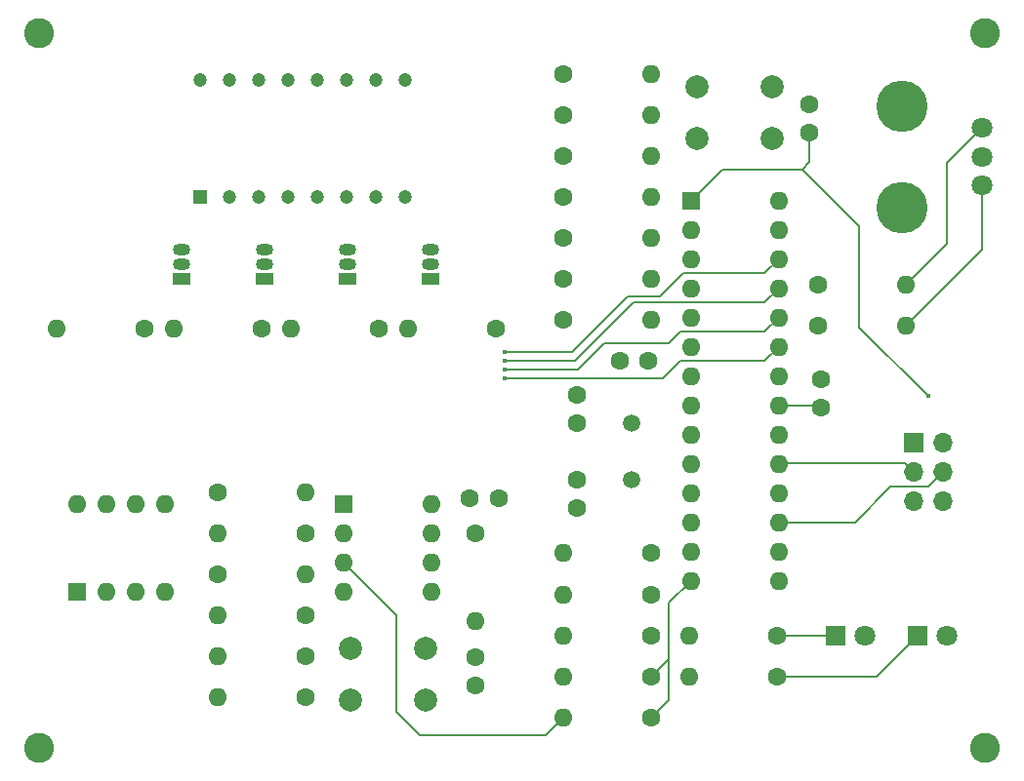
<source format=gbr>
%TF.GenerationSoftware,KiCad,Pcbnew,7.0.1-3b83917a11~172~ubuntu22.04.1*%
%TF.CreationDate,2023-04-16T20:42:15+08:00*%
%TF.ProjectId,circuit,63697263-7569-4742-9e6b-696361645f70,1.0*%
%TF.SameCoordinates,Original*%
%TF.FileFunction,Copper,L3,Inr*%
%TF.FilePolarity,Positive*%
%FSLAX46Y46*%
G04 Gerber Fmt 4.6, Leading zero omitted, Abs format (unit mm)*
G04 Created by KiCad (PCBNEW 7.0.1-3b83917a11~172~ubuntu22.04.1) date 2023-04-16 20:42:15*
%MOMM*%
%LPD*%
G01*
G04 APERTURE LIST*
%TA.AperFunction,ComponentPad*%
%ADD10R,1.600000X1.600000*%
%TD*%
%TA.AperFunction,ComponentPad*%
%ADD11O,1.600000X1.600000*%
%TD*%
%TA.AperFunction,ComponentPad*%
%ADD12C,2.000000*%
%TD*%
%TA.AperFunction,ComponentPad*%
%ADD13C,1.600000*%
%TD*%
%TA.AperFunction,ComponentPad*%
%ADD14C,2.600000*%
%TD*%
%TA.AperFunction,ComponentPad*%
%ADD15C,1.500000*%
%TD*%
%TA.AperFunction,ComponentPad*%
%ADD16R,1.500000X1.050000*%
%TD*%
%TA.AperFunction,ComponentPad*%
%ADD17O,1.500000X1.050000*%
%TD*%
%TA.AperFunction,ComponentPad*%
%ADD18R,1.800000X1.800000*%
%TD*%
%TA.AperFunction,ComponentPad*%
%ADD19C,1.800000*%
%TD*%
%TA.AperFunction,ComponentPad*%
%ADD20R,1.200000X1.200000*%
%TD*%
%TA.AperFunction,ComponentPad*%
%ADD21C,1.200000*%
%TD*%
%TA.AperFunction,ComponentPad*%
%ADD22R,1.700000X1.700000*%
%TD*%
%TA.AperFunction,ComponentPad*%
%ADD23O,1.700000X1.700000*%
%TD*%
%TA.AperFunction,ComponentPad*%
%ADD24C,4.460000*%
%TD*%
%TA.AperFunction,ViaPad*%
%ADD25C,0.450000*%
%TD*%
%TA.AperFunction,Conductor*%
%ADD26C,0.200000*%
%TD*%
G04 APERTURE END LIST*
D10*
%TO.N,GND*%
%TO.C,U3*%
X87386000Y-68834000D03*
D11*
%TO.N,Net-(U3-THR)*%
X87386000Y-71374000D03*
%TO.N,Net-(U3-Q)*%
X87386000Y-73914000D03*
%TO.N,Net-(U3-R)*%
X87386000Y-76454000D03*
%TO.N,unconnected-(U3-CV-Pad5)*%
X95006000Y-76454000D03*
%TO.N,Net-(U3-THR)*%
X95006000Y-73914000D03*
%TO.N,Net-(U3-DIS)*%
X95006000Y-71374000D03*
%TO.N,VCC*%
X95006000Y-68834000D03*
%TD*%
D10*
%TO.N,~{RESET}*%
%TO.C,U1*%
X117475000Y-42440000D03*
D11*
%TO.N,/F*%
X117475000Y-44980000D03*
%TO.N,/C*%
X117475000Y-47520000D03*
%TO.N,/A*%
X117475000Y-50060000D03*
%TO.N,/G*%
X117475000Y-52600000D03*
%TO.N,/B*%
X117475000Y-55140000D03*
%TO.N,VCC*%
X117475000Y-57680000D03*
%TO.N,GND*%
X117475000Y-60220000D03*
%TO.N,Net-(U1-PB6{slash}XTAL1)*%
X117475000Y-62760000D03*
%TO.N,Net-(U1-PB7{slash}XTAL2)*%
X117475000Y-65300000D03*
%TO.N,/D*%
X117475000Y-67840000D03*
%TO.N,/E*%
X117475000Y-70380000D03*
%TO.N,/DEC*%
X117475000Y-72920000D03*
%TO.N,Frequency*%
X117475000Y-75460000D03*
%TO.N,Net-(D1-A)*%
X125095000Y-75460000D03*
%TO.N,Net-(D2-A)*%
X125095000Y-72920000D03*
%TO.N,MOSI*%
X125095000Y-70380000D03*
%TO.N,MISO*%
X125095000Y-67840000D03*
%TO.N,SCK*%
X125095000Y-65300000D03*
%TO.N,VCC*%
X125095000Y-62760000D03*
%TO.N,Net-(U1-AREF)*%
X125095000Y-60220000D03*
%TO.N,GND*%
X125095000Y-57680000D03*
%TO.N,~{DIGIT_0}*%
X125095000Y-55140000D03*
%TO.N,~{DIGIT_1}*%
X125095000Y-52600000D03*
%TO.N,~{DIGIT_2}*%
X125095000Y-50060000D03*
%TO.N,~{DIGIT_3}*%
X125095000Y-47520000D03*
%TO.N,Net-(U1-PC4)*%
X125095000Y-44980000D03*
%TO.N,unconnected-(U1-PC5-Pad28)*%
X125095000Y-42440000D03*
%TD*%
D12*
%TO.N,Net-(U3-R)*%
%TO.C,SW3*%
X87936000Y-81306000D03*
X94436000Y-81306000D03*
%TO.N,GND*%
X87936000Y-85806000D03*
X94436000Y-85806000D03*
%TD*%
%TO.N,GND*%
%TO.C,SW1*%
X118025000Y-32600000D03*
X124525000Y-32600000D03*
%TO.N,Net-(R1-Pad2)*%
X118025000Y-37100000D03*
X124525000Y-37100000D03*
%TD*%
D13*
%TO.N,VCC*%
%TO.C,R24*%
X76454000Y-74930000D03*
D11*
%TO.N,Net-(U3-R)*%
X84074000Y-74930000D03*
%TD*%
D13*
%TO.N,VCC*%
%TO.C,R15*%
X84074000Y-78486000D03*
D11*
%TO.N,Net-(R15-Pad2)*%
X76454000Y-78486000D03*
%TD*%
D13*
%TO.N,Net-(U2-CATHODE_AL1)*%
%TO.C,R5*%
X106426000Y-45720000D03*
D11*
%TO.N,/A*%
X114046000Y-45720000D03*
%TD*%
D13*
%TO.N,Net-(U2-CATHODE_G)*%
%TO.C,R4*%
X106426000Y-49276000D03*
D11*
%TO.N,/G*%
X114046000Y-49276000D03*
%TD*%
D13*
%TO.N,~{DIGIT_1}*%
%TO.C,R23*%
X80264000Y-53594000D03*
D11*
%TO.N,Net-(Q2-B)*%
X72644000Y-53594000D03*
%TD*%
D13*
%TO.N,~{DIGIT_2}*%
%TO.C,R25*%
X90424000Y-53594000D03*
D11*
%TO.N,Net-(Q3-B)*%
X82804000Y-53594000D03*
%TD*%
D14*
%TO.N,N/C*%
%TO.C,H4*%
X142960000Y-89940000D03*
%TD*%
D11*
%TO.N,Net-(U2-CATHODE_DP)*%
%TO.C,R20*%
X106426000Y-80264000D03*
D13*
%TO.N,/DEC*%
X114046000Y-80264000D03*
%TD*%
%TO.N,GND*%
%TO.C,R10*%
X128524000Y-49784000D03*
D11*
%TO.N,Net-(R10-Pad2)*%
X136144000Y-49784000D03*
%TD*%
D14*
%TO.N,N/C*%
%TO.C,H1*%
X142960000Y-27940000D03*
%TD*%
D13*
%TO.N,Net-(U3-THR)*%
%TO.C,C6*%
X98806000Y-82062000D03*
%TO.N,GND*%
X98806000Y-84562000D03*
%TD*%
D15*
%TO.N,Net-(U1-PB7{slash}XTAL2)*%
%TO.C,Y1*%
X112317750Y-66675000D03*
%TO.N,Net-(U1-PB6{slash}XTAL1)*%
X112317750Y-61795000D03*
%TD*%
D13*
%TO.N,Net-(U2-CATHODE_BL2)*%
%TO.C,R3*%
X106426000Y-52832000D03*
D11*
%TO.N,/B*%
X114046000Y-52832000D03*
%TD*%
D13*
%TO.N,GND*%
%TO.C,C3*%
X107559000Y-69175000D03*
%TO.N,Net-(U1-PB7{slash}XTAL2)*%
X107559000Y-66675000D03*
%TD*%
%TO.N,Net-(U2-CATHODE_CL3)*%
%TO.C,R6*%
X106426000Y-42164000D03*
D11*
%TO.N,/C*%
X114046000Y-42164000D03*
%TD*%
%TO.N,Net-(U3-Q)*%
%TO.C,R27*%
X106426000Y-87376000D03*
D13*
%TO.N,Frequency*%
X114046000Y-87376000D03*
%TD*%
D16*
%TO.N,VCC*%
%TO.C,Q4*%
X94850625Y-49276000D03*
D17*
%TO.N,Net-(Q4-B)*%
X94850625Y-48006000D03*
%TO.N,Net-(Q4-C)*%
X94850625Y-46736000D03*
%TD*%
D13*
%TO.N,Net-(D1-K)*%
%TO.C,R8*%
X124968000Y-80264000D03*
D11*
%TO.N,GND*%
X117348000Y-80264000D03*
%TD*%
D13*
%TO.N,GND*%
%TO.C,C4*%
X128778000Y-57932000D03*
%TO.N,Net-(U1-AREF)*%
X128778000Y-60432000D03*
%TD*%
D11*
%TO.N,VCC*%
%TO.C,R22*%
X106426000Y-83820000D03*
D13*
%TO.N,Frequency*%
X114046000Y-83820000D03*
%TD*%
D11*
%TO.N,Net-(U2-CATHODE_D)*%
%TO.C,R18*%
X106426000Y-73063000D03*
D13*
%TO.N,/D*%
X114046000Y-73063000D03*
%TD*%
%TO.N,VCC*%
%TO.C,C7*%
X98298000Y-68326000D03*
%TO.N,GND*%
X100798000Y-68326000D03*
%TD*%
D11*
%TO.N,Net-(U2-CATHODE_E)*%
%TO.C,R19*%
X106426000Y-76708000D03*
D13*
%TO.N,/E*%
X114046000Y-76708000D03*
%TD*%
D14*
%TO.N,N/C*%
%TO.C,H3*%
X60960000Y-27940000D03*
%TD*%
D13*
%TO.N,~{RESET}*%
%TO.C,R1*%
X106426000Y-31496000D03*
D11*
%TO.N,Net-(R1-Pad2)*%
X114046000Y-31496000D03*
%TD*%
D13*
%TO.N,VCC*%
%TO.C,R14*%
X84074000Y-82042000D03*
D11*
%TO.N,Net-(R14-Pad2)*%
X76454000Y-82042000D03*
%TD*%
D13*
%TO.N,GND*%
%TO.C,C1*%
X127762000Y-34056000D03*
%TO.N,~{RESET}*%
X127762000Y-36556000D03*
%TD*%
%TO.N,~{DIGIT_0}*%
%TO.C,R21*%
X70104000Y-53594000D03*
D11*
%TO.N,Net-(Q1-B)*%
X62484000Y-53594000D03*
%TD*%
D13*
%TO.N,Net-(U3-DIS)*%
%TO.C,R17*%
X98806000Y-71374000D03*
D11*
%TO.N,Net-(U3-THR)*%
X98806000Y-78994000D03*
%TD*%
D13*
%TO.N,Net-(U2-CATHODE_F)*%
%TO.C,R7*%
X106426000Y-38608000D03*
D11*
%TO.N,/F*%
X114046000Y-38608000D03*
%TD*%
D13*
%TO.N,VCC*%
%TO.C,C5*%
X113792000Y-56388000D03*
%TO.N,GND*%
X111292000Y-56388000D03*
%TD*%
%TO.N,VCC*%
%TO.C,R2*%
X106426000Y-35052000D03*
D11*
%TO.N,~{RESET}*%
X114046000Y-35052000D03*
%TD*%
D16*
%TO.N,VCC*%
%TO.C,Q1*%
X73260625Y-49276000D03*
D17*
%TO.N,Net-(Q1-B)*%
X73260625Y-48006000D03*
%TO.N,Net-(Q1-C)*%
X73260625Y-46736000D03*
%TD*%
D13*
%TO.N,Net-(D2-K)*%
%TO.C,R11*%
X124968000Y-83820000D03*
D11*
%TO.N,GND*%
X117348000Y-83820000D03*
%TD*%
D13*
%TO.N,~{DIGIT_3}*%
%TO.C,R26*%
X100584000Y-53594000D03*
D11*
%TO.N,Net-(Q4-B)*%
X92964000Y-53594000D03*
%TD*%
D14*
%TO.N,N/C*%
%TO.C,H2*%
X60960000Y-89940000D03*
%TD*%
D16*
%TO.N,VCC*%
%TO.C,Q3*%
X87653957Y-49276000D03*
D17*
%TO.N,Net-(Q3-B)*%
X87653957Y-48006000D03*
%TO.N,Net-(Q3-C)*%
X87653957Y-46736000D03*
%TD*%
D13*
%TO.N,VCC*%
%TO.C,R12*%
X84074000Y-71374000D03*
D11*
%TO.N,Net-(R12-Pad2)*%
X76454000Y-71374000D03*
%TD*%
D16*
%TO.N,VCC*%
%TO.C,Q2*%
X80457291Y-49276000D03*
D17*
%TO.N,Net-(Q2-B)*%
X80457291Y-48006000D03*
%TO.N,Net-(Q2-C)*%
X80457291Y-46736000D03*
%TD*%
D18*
%TO.N,Net-(D2-K)*%
%TO.C,D2*%
X137160000Y-80264000D03*
D19*
%TO.N,Net-(D2-A)*%
X139700000Y-80264000D03*
%TD*%
D20*
%TO.N,Net-(Q1-C)*%
%TO.C,U2*%
X74900000Y-42160000D03*
D21*
%TO.N,Net-(Q2-C)*%
X77440000Y-42160000D03*
%TO.N,Net-(U2-CATHODE_D)*%
X79980000Y-42160000D03*
%TO.N,unconnected-(U2-COMMON_ANODE_L1L2L3-Pad4)*%
X82520000Y-42160000D03*
%TO.N,Net-(U2-CATHODE_E)*%
X85060000Y-42160000D03*
%TO.N,Net-(Q3-C)*%
X87600000Y-42160000D03*
%TO.N,Net-(U2-CATHODE_DP)*%
X90140000Y-42160000D03*
%TO.N,Net-(Q4-C)*%
X92680000Y-42160000D03*
%TO.N,unconnected-(U2-NO_CONNECTION-Pad9)*%
X92680000Y-32000000D03*
%TO.N,unconnected-(U2-NO_PIN_1-Pad10)*%
X90140000Y-32000000D03*
%TO.N,Net-(U2-CATHODE_F)*%
X87600000Y-32000000D03*
%TO.N,unconnected-(U2-NO_PIN_2-Pad12)*%
X85060000Y-32000000D03*
%TO.N,Net-(U2-CATHODE_CL3)*%
X82520000Y-32000000D03*
%TO.N,Net-(U2-CATHODE_AL1)*%
X79980000Y-32000000D03*
%TO.N,Net-(U2-CATHODE_G)*%
X77440000Y-32000000D03*
%TO.N,Net-(U2-CATHODE_BL2)*%
X74900000Y-32000000D03*
%TD*%
D13*
%TO.N,Net-(U1-PB6{slash}XTAL1)*%
%TO.C,C2*%
X107559000Y-61795000D03*
%TO.N,GND*%
X107559000Y-59295000D03*
%TD*%
D22*
%TO.N,MISO*%
%TO.C,J1*%
X136779000Y-63500000D03*
D23*
%TO.N,VCC*%
X139319000Y-63500000D03*
%TO.N,SCK*%
X136779000Y-66040000D03*
%TO.N,MOSI*%
X139319000Y-66040000D03*
%TO.N,~{RESET}*%
X136779000Y-68580000D03*
%TO.N,GND*%
X139319000Y-68580000D03*
%TD*%
D13*
%TO.N,VCC*%
%TO.C,R9*%
X128524000Y-53340000D03*
D11*
%TO.N,Net-(R9-Pad2)*%
X136144000Y-53340000D03*
%TD*%
D13*
%TO.N,VCC*%
%TO.C,R13*%
X84074000Y-85598000D03*
D11*
%TO.N,Net-(R13-Pad2)*%
X76454000Y-85598000D03*
%TD*%
D10*
%TO.N,Net-(R12-Pad2)*%
%TO.C,SW2*%
X64262000Y-76395000D03*
D11*
%TO.N,Net-(R13-Pad2)*%
X66802000Y-76395000D03*
%TO.N,Net-(R14-Pad2)*%
X69342000Y-76395000D03*
%TO.N,Net-(R15-Pad2)*%
X71882000Y-76395000D03*
%TO.N,Net-(U3-DIS)*%
X71882000Y-68775000D03*
X69342000Y-68775000D03*
X66802000Y-68775000D03*
X64262000Y-68775000D03*
%TD*%
D19*
%TO.N,Net-(R9-Pad2)*%
%TO.C,VR1*%
X142748000Y-41148000D03*
%TO.N,Net-(U1-PC4)*%
X142748000Y-38648000D03*
%TO.N,Net-(R10-Pad2)*%
X142748000Y-36148000D03*
D24*
%TO.N,unconnected-(VR1-Pad4)*%
X135748000Y-43048000D03*
%TO.N,unconnected-(VR1-Pad5)*%
X135748000Y-34248000D03*
%TD*%
D18*
%TO.N,Net-(D1-K)*%
%TO.C,D1*%
X130048000Y-80264000D03*
D19*
%TO.N,Net-(D1-A)*%
X132588000Y-80264000D03*
%TD*%
D13*
%TO.N,VCC*%
%TO.C,R16*%
X76454000Y-67818000D03*
D11*
%TO.N,Net-(U3-DIS)*%
X84074000Y-67818000D03*
%TD*%
D25*
%TO.N,~{DIGIT_0}*%
X101346000Y-57912000D03*
%TO.N,~{DIGIT_1}*%
X101346000Y-57150000D03*
%TO.N,~{DIGIT_2}*%
X101346000Y-56388000D03*
%TO.N,~{DIGIT_3}*%
X101346000Y-55626000D03*
%TO.N,~{RESET}*%
X138049000Y-59436000D03*
%TD*%
D26*
%TO.N,~{RESET}*%
X138049000Y-59436000D02*
X132080000Y-53467000D01*
X132080000Y-53467000D02*
X132080000Y-44704000D01*
X132080000Y-44704000D02*
X127127000Y-39751000D01*
%TO.N,Net-(U1-AREF)*%
X125095000Y-60220000D02*
X128566000Y-60220000D01*
%TO.N,Net-(D1-K)*%
X130048000Y-80264000D02*
X124968000Y-80264000D01*
%TO.N,Net-(D2-K)*%
X124968000Y-83820000D02*
X133604000Y-83820000D01*
X133604000Y-83820000D02*
X137160000Y-80264000D01*
%TO.N,Frequency*%
X115570000Y-82296000D02*
X115570000Y-79756000D01*
X114046000Y-87376000D02*
X115570000Y-85852000D01*
X114046000Y-83820000D02*
X115570000Y-82296000D01*
X115570000Y-77365000D02*
X117475000Y-75460000D01*
X115570000Y-79756000D02*
X115570000Y-77365000D01*
X115570000Y-85852000D02*
X115570000Y-79756000D01*
%TO.N,~{DIGIT_0}*%
X115062000Y-57912000D02*
X116586000Y-56388000D01*
X116586000Y-56388000D02*
X123847000Y-56388000D01*
X101346000Y-57912000D02*
X115062000Y-57912000D01*
X123847000Y-56388000D02*
X125095000Y-55140000D01*
%TO.N,~{DIGIT_1}*%
X116586000Y-53848000D02*
X123847000Y-53848000D01*
X101346000Y-57150000D02*
X107696000Y-57150000D01*
X107696000Y-57150000D02*
X109982000Y-54864000D01*
X123847000Y-53848000D02*
X125095000Y-52600000D01*
X115570000Y-54864000D02*
X116586000Y-53848000D01*
X109982000Y-54864000D02*
X115570000Y-54864000D01*
%TO.N,~{DIGIT_2}*%
X101346000Y-56388000D02*
X107442000Y-56388000D01*
X123847000Y-51308000D02*
X125095000Y-50060000D01*
X107442000Y-56388000D02*
X112522000Y-51308000D01*
X112522000Y-51308000D02*
X123847000Y-51308000D01*
%TO.N,~{DIGIT_3}*%
X116840000Y-48768000D02*
X123847000Y-48768000D01*
X112014000Y-50800000D02*
X114808000Y-50800000D01*
X123847000Y-48768000D02*
X125095000Y-47520000D01*
X101346000Y-55626000D02*
X107188000Y-55626000D01*
X107188000Y-55626000D02*
X112014000Y-50800000D01*
X114808000Y-50800000D02*
X116840000Y-48768000D01*
%TO.N,MOSI*%
X134747000Y-67310000D02*
X131677000Y-70380000D01*
X131677000Y-70380000D02*
X125095000Y-70380000D01*
X138049000Y-67310000D02*
X134747000Y-67310000D01*
X139319000Y-66040000D02*
X138049000Y-67310000D01*
%TO.N,~{RESET}*%
X127762000Y-39116000D02*
X127127000Y-39751000D01*
X120164000Y-39751000D02*
X127127000Y-39751000D01*
X127762000Y-36556000D02*
X127762000Y-39116000D01*
X117475000Y-42440000D02*
X120164000Y-39751000D01*
%TO.N,SCK*%
X136017000Y-65278000D02*
X125117000Y-65278000D01*
X136779000Y-66040000D02*
X136017000Y-65278000D01*
%TO.N,Net-(R9-Pad2)*%
X142748000Y-46736000D02*
X142748000Y-41148000D01*
X136144000Y-53340000D02*
X142748000Y-46736000D01*
%TO.N,Net-(R10-Pad2)*%
X139700000Y-46228000D02*
X139700000Y-39196000D01*
X136144000Y-49784000D02*
X139700000Y-46228000D01*
X139700000Y-39196000D02*
X142748000Y-36148000D01*
%TO.N,Net-(U3-Q)*%
X104902000Y-88900000D02*
X93980000Y-88900000D01*
X91948000Y-78476000D02*
X87386000Y-73914000D01*
X93980000Y-88900000D02*
X91948000Y-86868000D01*
X106426000Y-87376000D02*
X104902000Y-88900000D01*
X91948000Y-86868000D02*
X91948000Y-78476000D01*
%TD*%
M02*

</source>
